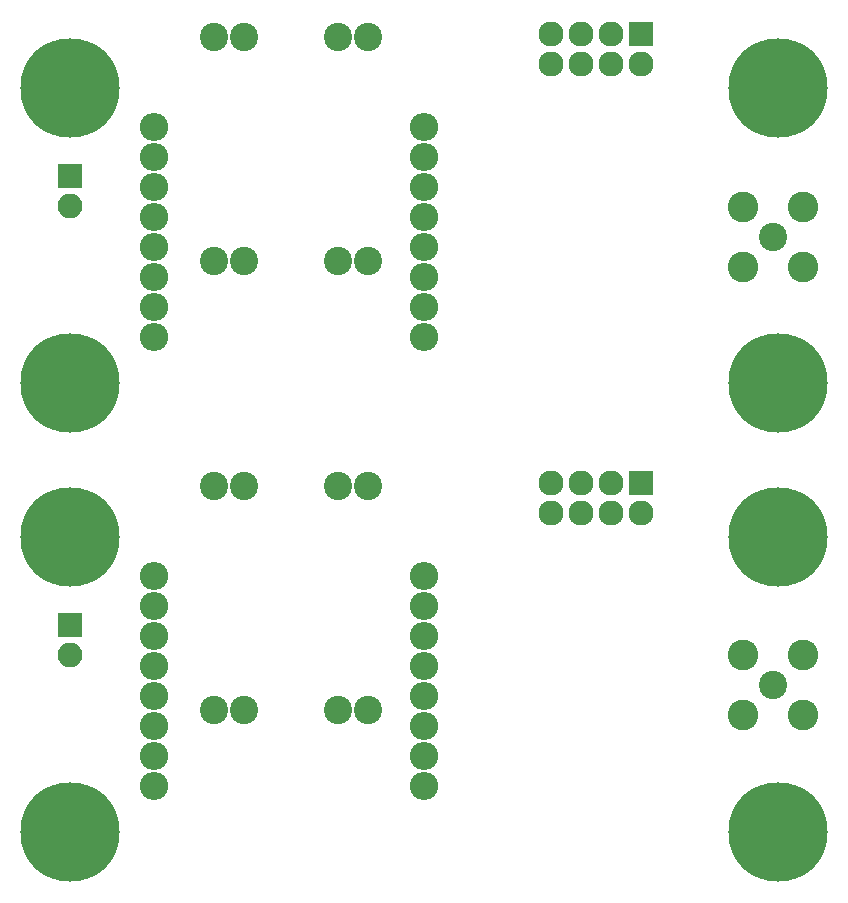
<source format=gbr>
G04 #@! TF.FileFunction,Soldermask,Bot*
%FSLAX46Y46*%
G04 Gerber Fmt 4.6, Leading zero omitted, Abs format (unit mm)*
G04 Created by KiCad (PCBNEW 4.0.6-e0-6349~52~ubuntu16.10.1) date Mon May  1 13:22:21 2017*
%MOMM*%
%LPD*%
G01*
G04 APERTURE LIST*
%ADD10C,0.100000*%
%ADD11C,8.400000*%
%ADD12O,2.400000X2.400000*%
%ADD13C,2.400000*%
%ADD14C,2.600000*%
%ADD15O,2.127200X2.127200*%
%ADD16R,2.127200X2.127200*%
%ADD17R,2.100000X2.100000*%
%ADD18O,2.100000X2.100000*%
G04 APERTURE END LIST*
D10*
D11*
X130000000Y-110500000D03*
D12*
X160020000Y-106580000D03*
X160020000Y-104040000D03*
X160020000Y-101500000D03*
X160020000Y-98960000D03*
X160020000Y-96420000D03*
X160020000Y-93880000D03*
X160020000Y-91340000D03*
X160020000Y-88800000D03*
X137160000Y-88800000D03*
X137160000Y-91340000D03*
X137160000Y-93880000D03*
X137160000Y-96420000D03*
X137160000Y-98960000D03*
X137160000Y-101500000D03*
X137160000Y-104040000D03*
X137160000Y-106580000D03*
D13*
X155240000Y-81180000D03*
X152740000Y-81180000D03*
X144740000Y-81180000D03*
X142240000Y-81180000D03*
X144740000Y-100180000D03*
X142240000Y-100180000D03*
X155240000Y-100180000D03*
X152740000Y-100180000D03*
D11*
X190000000Y-110500000D03*
D14*
X192084630Y-100634678D03*
X187004630Y-100634678D03*
X187004630Y-95554678D03*
X192084630Y-95554678D03*
D13*
X189544630Y-98094678D03*
D11*
X190000000Y-85500000D03*
D15*
X170754630Y-80934678D03*
X170754630Y-83474678D03*
X173294630Y-80934678D03*
X173294630Y-83474678D03*
X175834630Y-80934678D03*
X175834630Y-83474678D03*
D16*
X178374630Y-80934678D03*
D15*
X178374630Y-83474678D03*
D11*
X130000000Y-85500000D03*
D17*
X130000000Y-93000000D03*
D18*
X130000000Y-95540000D03*
D11*
X130000000Y-47500000D03*
X130000000Y-72500000D03*
X190000000Y-72500000D03*
D14*
X192084630Y-62634678D03*
X187004630Y-62634678D03*
X187004630Y-57554678D03*
X192084630Y-57554678D03*
D13*
X189544630Y-60094678D03*
X155240000Y-43180000D03*
X152740000Y-43180000D03*
X144740000Y-43180000D03*
X142240000Y-43180000D03*
X144740000Y-62180000D03*
X142240000Y-62180000D03*
X155240000Y-62180000D03*
X152740000Y-62180000D03*
D12*
X160020000Y-68580000D03*
X160020000Y-66040000D03*
X160020000Y-63500000D03*
X160020000Y-60960000D03*
X160020000Y-58420000D03*
X160020000Y-55880000D03*
X160020000Y-53340000D03*
X160020000Y-50800000D03*
X137160000Y-50800000D03*
X137160000Y-53340000D03*
X137160000Y-55880000D03*
X137160000Y-58420000D03*
X137160000Y-60960000D03*
X137160000Y-63500000D03*
X137160000Y-66040000D03*
X137160000Y-68580000D03*
D15*
X170754630Y-42934678D03*
X170754630Y-45474678D03*
X173294630Y-42934678D03*
X173294630Y-45474678D03*
X175834630Y-42934678D03*
X175834630Y-45474678D03*
D16*
X178374630Y-42934678D03*
D15*
X178374630Y-45474678D03*
D17*
X130000000Y-55000000D03*
D18*
X130000000Y-57540000D03*
D11*
X190000000Y-47500000D03*
M02*

</source>
